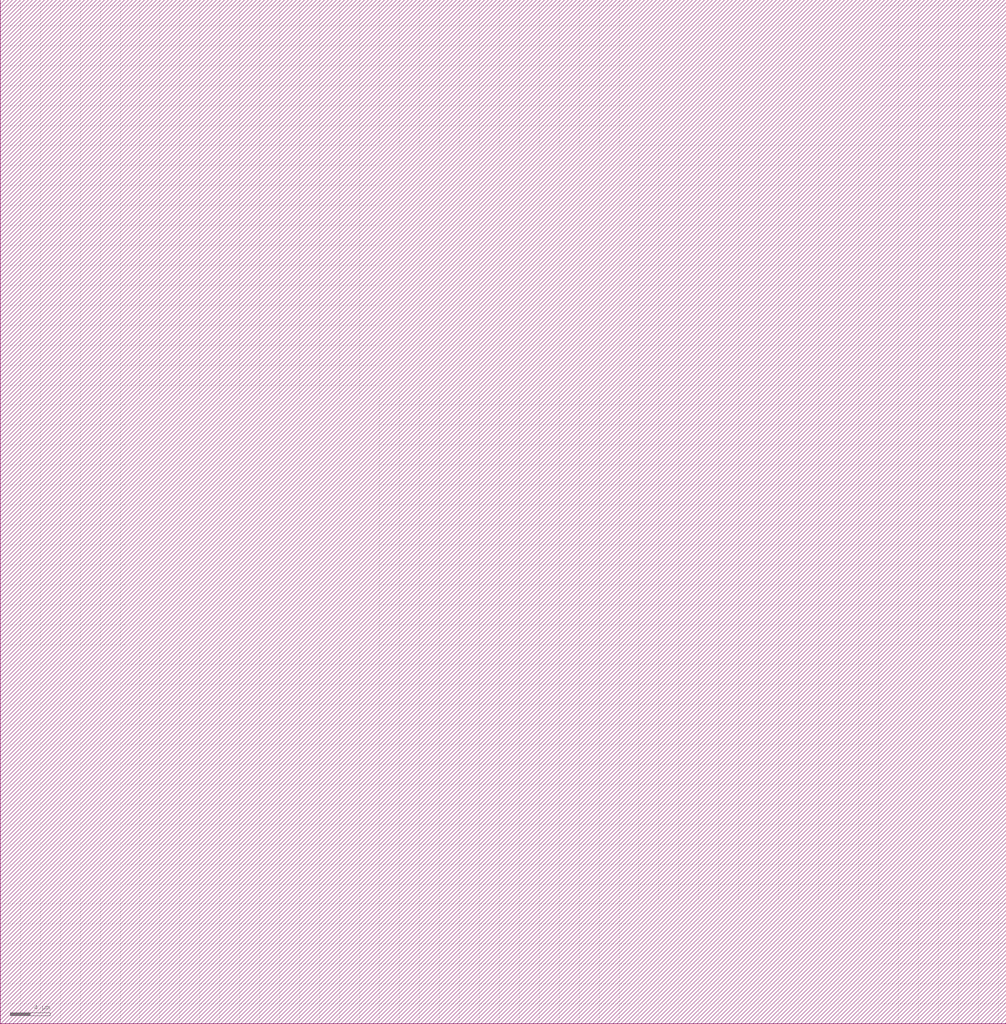
<source format=lef>
VERSION 5.6 ;

BUSBITCHARS "[]" ;

DIVIDERCHAR "/" ;

UNITS
    DATABASE MICRONS 1000 ;
END UNITS

MANUFACTURINGGRID 0.005000 ; 

CLEARANCEMEASURE EUCLIDEAN ; 

USEMINSPACING OBS ON ; 

SITE CoreSite
    CLASS CORE ;
    SIZE 0.600000 BY 0.300000 ;
END CoreSite

LAYER li
   TYPE ROUTING ;
   DIRECTION VERTICAL ;
   MINWIDTH 0.300000 ;
   AREA 0.056250 ;
   WIDTH 0.300000 ;
   SPACINGTABLE
      PARALLELRUNLENGTH 0.0
      WIDTH 0.0 0.225000 ;
   PITCH 0.600000 0.600000 ;
END li

LAYER mcon
    TYPE CUT ;
    SPACING 0.225000 ;
    WIDTH 0.300000 ;
    ENCLOSURE ABOVE 0.075000 0.075000 ;
    ENCLOSURE BELOW 0.000000 0.000000 ;
END mcon

LAYER met1
   TYPE ROUTING ;
   DIRECTION HORIZONTAL ;
   MINWIDTH 0.150000 ;
   AREA 0.084375 ;
   WIDTH 0.150000 ;
   SPACINGTABLE
      PARALLELRUNLENGTH 0.0
      WIDTH 0.0 0.150000 ;
   PITCH 0.300000 0.300000 ;
END met1

LAYER v1
    TYPE CUT ;
    SPACING 0.075000 ;
    WIDTH 0.300000 ;
    ENCLOSURE ABOVE 0.075000 0.075000 ;
    ENCLOSURE BELOW 0.075000 0.075000 ;
END v1

LAYER met2
   TYPE ROUTING ;
   DIRECTION VERTICAL ;
   MINWIDTH 0.150000 ;
   AREA 0.073125 ;
   WIDTH 0.150000 ;
   SPACINGTABLE
      PARALLELRUNLENGTH 0.0
      WIDTH 0.0 0.150000 ;
   PITCH 0.300000 0.300000 ;
END met2

LAYER v2
    TYPE CUT ;
    SPACING 0.150000 ;
    WIDTH 0.300000 ;
    ENCLOSURE ABOVE 0.075000 0.075000 ;
    ENCLOSURE BELOW 0.075000 0.000000 ;
END v2

LAYER met3
   TYPE ROUTING ;
   DIRECTION HORIZONTAL ;
   MINWIDTH 0.300000 ;
   AREA 0.241875 ;
   WIDTH 0.300000 ;
   SPACINGTABLE
      PARALLELRUNLENGTH 0.0
      WIDTH 0.0 0.300000 ;
   PITCH 0.600000 0.600000 ;
END met3

LAYER v3
    TYPE CUT ;
    SPACING 0.150000 ;
    WIDTH 0.450000 ;
    ENCLOSURE ABOVE 0.075000 0.075000 ;
    ENCLOSURE BELOW 0.075000 0.000000 ;
END v3

LAYER met4
   TYPE ROUTING ;
   DIRECTION VERTICAL ;
   MINWIDTH 0.300000 ;
   AREA 0.241875 ;
   WIDTH 0.300000 ;
   SPACINGTABLE
      PARALLELRUNLENGTH 0.0
      WIDTH 0.0 0.300000 ;
   PITCH 0.600000 0.600000 ;
END met4

LAYER v4
    TYPE CUT ;
    SPACING 0.450000 ;
    WIDTH 1.200000 ;
    ENCLOSURE ABOVE 0.150000 0.150000 ;
    ENCLOSURE BELOW 0.000000 0.000000 ;
END v4

LAYER met5
   TYPE ROUTING ;
   DIRECTION HORIZONTAL ;
   MINWIDTH 1.650000 ;
   AREA 4.005000 ;
   WIDTH 1.650000 ;
   SPACINGTABLE
      PARALLELRUNLENGTH 0.0
      WIDTH 0.0 1.650000 ;
   PITCH 3.300000 3.300000 ;
END met5

LAYER OVERLAP
   TYPE OVERLAP ;
END OVERLAP

VIA mcon_C DEFAULT
   LAYER li ;
     RECT -0.150000 -0.150000 0.150000 0.150000 ;
   LAYER mcon ;
     RECT -0.150000 -0.150000 0.150000 0.150000 ;
   LAYER met1 ;
     RECT -0.225000 -0.225000 0.225000 0.225000 ;
END mcon_C

VIA v1_C DEFAULT
   LAYER met1 ;
     RECT -0.225000 -0.225000 0.225000 0.225000 ;
   LAYER v1 ;
     RECT -0.150000 -0.150000 0.150000 0.150000 ;
   LAYER met2 ;
     RECT -0.225000 -0.225000 0.225000 0.225000 ;
END v1_C

VIA v2_C DEFAULT
   LAYER met2 ;
     RECT -0.150000 -0.225000 0.150000 0.225000 ;
   LAYER v2 ;
     RECT -0.150000 -0.150000 0.150000 0.150000 ;
   LAYER met3 ;
     RECT -0.225000 -0.225000 0.225000 0.225000 ;
END v2_C

VIA v2_Ch
   LAYER met2 ;
     RECT -0.225000 -0.150000 0.225000 0.150000 ;
   LAYER v2 ;
     RECT -0.150000 -0.150000 0.150000 0.150000 ;
   LAYER met3 ;
     RECT -0.225000 -0.225000 0.225000 0.225000 ;
END v2_Ch

VIA v2_Cv
   LAYER met2 ;
     RECT -0.150000 -0.225000 0.150000 0.225000 ;
   LAYER v2 ;
     RECT -0.150000 -0.150000 0.150000 0.150000 ;
   LAYER met3 ;
     RECT -0.225000 -0.225000 0.225000 0.225000 ;
END v2_Cv

VIA v3_C DEFAULT
   LAYER met3 ;
     RECT -0.300000 -0.225000 0.300000 0.225000 ;
   LAYER v3 ;
     RECT -0.225000 -0.225000 0.225000 0.225000 ;
   LAYER met4 ;
     RECT -0.300000 -0.300000 0.300000 0.300000 ;
END v3_C

VIA v3_Ch
   LAYER met3 ;
     RECT -0.300000 -0.225000 0.300000 0.225000 ;
   LAYER v3 ;
     RECT -0.225000 -0.225000 0.225000 0.225000 ;
   LAYER met4 ;
     RECT -0.300000 -0.300000 0.300000 0.300000 ;
END v3_Ch

VIA v3_Cv
   LAYER met3 ;
     RECT -0.300000 -0.225000 0.300000 0.225000 ;
   LAYER v3 ;
     RECT -0.225000 -0.225000 0.225000 0.225000 ;
   LAYER met4 ;
     RECT -0.300000 -0.300000 0.300000 0.300000 ;
END v3_Cv

VIA v4_C DEFAULT
   LAYER met4 ;
     RECT -0.600000 -0.600000 0.600000 0.600000 ;
   LAYER v4 ;
     RECT -0.600000 -0.600000 0.600000 0.600000 ;
   LAYER met5 ;
     RECT -0.750000 -0.750000 0.750000 0.750000 ;
END v4_C

MACRO _0_0std_0_0cells_0_0TIELOX1
    CLASS CORE ;
    FOREIGN _0_0std_0_0cells_0_0TIELOX1 0.000000 0.000000 ;
    ORIGIN 0.000000 0.000000 ;
    SIZE 1.800000 BY 3.000000 ;
    SYMMETRY X Y ;
    SITE CoreSite ;
    PIN Y
        DIRECTION OUTPUT ;
        USE SIGNAL ;
        PORT
        LAYER li ;
        RECT 1.200000 0.300000 1.500000 0.525000 ;
        RECT 1.200000 0.750000 1.500000 0.825000 ;
        RECT 1.200000 0.525000 1.425000 0.750000 ;
        RECT 1.425000 0.525000 1.500000 0.750000 ;
        END
        ANTENNADIFFAREA 0.168750 ;
    END Y
    PIN Vdd
        DIRECTION INPUT ;
        USE POWER ;
        PORT
        LAYER li ;
        RECT 0.600000 2.100000 0.900000 2.700000 ;
        RECT 0.600000 1.875000 0.675000 2.100000 ;
        RECT 0.600000 1.800000 0.900000 1.875000 ;
        RECT 0.675000 1.875000 0.900000 2.100000 ;
        END
        ANTENNADIFFAREA 0.281250 ;
    END Vdd
    PIN GND
        DIRECTION INPUT ;
        USE GROUND ;
        PORT
        LAYER li ;
        RECT 0.600000 0.750000 0.900000 0.825000 ;
        RECT 0.600000 0.525000 0.675000 0.750000 ;
        RECT 0.600000 0.300000 0.900000 0.525000 ;
        RECT 0.675000 0.525000 0.900000 0.750000 ;
        END
        ANTENNADIFFAREA 0.168750 ;
    END GND
    OBS
        LAYER li ;
        RECT 1.200000 2.700000 1.500000 2.775000 ;
        RECT 1.200000 2.475000 1.425000 2.700000 ;
        RECT 1.200000 2.100000 1.500000 2.475000 ;
        RECT 1.200000 1.875000 1.425000 2.100000 ;
        RECT 1.200000 1.800000 1.500000 1.875000 ;
        RECT 1.425000 2.475000 1.500000 2.700000 ;
        RECT 1.425000 1.875000 1.500000 2.100000 ;
    END
END _0_0std_0_0cells_0_0TIELOX1

MACRO _0_0std_0_0cells_0_0NOR2X1
    CLASS CORE ;
    FOREIGN _0_0std_0_0cells_0_0NOR2X1 0.000000 0.000000 ;
    ORIGIN 0.000000 0.000000 ;
    SIZE 4.200000 BY 3.600000 ;
    SYMMETRY X Y ;
    SITE CoreSite ;
    PIN A
        DIRECTION INPUT ;
        USE SIGNAL ;
        PORT
        LAYER li ;
        RECT 1.350000 3.375000 1.725000 3.450000 ;
        RECT 1.350000 3.150000 1.425000 3.375000 ;
        RECT 1.350000 3.075000 1.725000 3.150000 ;
        RECT 1.425000 3.150000 1.650000 3.375000 ;
        RECT 1.650000 3.150000 1.725000 3.375000 ;
        END
        ANTENNAGATEAREA 0.236250 ;
    END A
    PIN B
        DIRECTION INPUT ;
        USE SIGNAL ;
        PORT
        LAYER li ;
        RECT 1.950000 3.375000 2.325000 3.450000 ;
        RECT 1.950000 3.075000 2.325000 3.150000 ;
        RECT 1.950000 3.150000 2.025000 3.375000 ;
        RECT 2.025000 3.150000 2.250000 3.375000 ;
        RECT 2.250000 3.150000 2.325000 3.375000 ;
        END
        ANTENNAGATEAREA 0.236250 ;
    END B
    PIN Y
        DIRECTION OUTPUT ;
        USE SIGNAL ;
        PORT
        LAYER li ;
        RECT 0.750000 1.050000 0.975000 1.125000 ;
        RECT 0.750000 0.825000 0.975000 1.050000 ;
        RECT 0.750000 0.450000 0.975000 0.825000 ;
        RECT 0.750000 0.225000 0.975000 0.450000 ;
        RECT 1.200000 2.400000 1.500000 2.475000 ;
        RECT 1.200000 2.175000 1.275000 2.400000 ;
        RECT 1.200000 2.100000 1.500000 2.175000 ;
        RECT 1.200000 0.600000 1.500000 0.900000 ;
        RECT 1.275000 2.175000 1.500000 2.400000 ;
        RECT 1.275000 0.900000 1.500000 2.100000 ;
        RECT 1.800000 2.400000 2.100000 2.475000 ;
        RECT 1.800000 2.175000 2.025000 2.400000 ;
        RECT 2.025000 2.175000 2.100000 2.400000 ;
        RECT 3.150000 2.100000 3.375000 3.000000 ;
        RECT 3.150000 1.875000 3.375000 2.100000 ;
        RECT 3.150000 1.800000 3.375000 1.875000 ;
        LAYER mcon ;
        RECT 0.750000 0.225000 0.975000 0.450000 ;
        RECT 1.275000 2.175000 1.500000 2.400000 ;
        RECT 1.800000 2.175000 2.025000 2.400000 ;
        LAYER met1 ;
        RECT 0.675000 0.450000 1.050000 0.525000 ;
        RECT 0.675000 0.225000 0.750000 0.450000 ;
        RECT 0.675000 0.150000 1.050000 0.225000 ;
        RECT 0.750000 0.225000 0.975000 0.450000 ;
        RECT 1.200000 2.400000 2.100000 2.475000 ;
        RECT 1.200000 2.175000 1.275000 2.400000 ;
        RECT 1.200000 2.100000 1.575000 2.175000 ;
        RECT 0.975000 0.225000 2.550000 0.450000 ;
        RECT 1.275000 2.175000 1.500000 2.400000 ;
        RECT 1.500000 2.250000 1.800000 2.400000 ;
        RECT 1.500000 2.175000 1.575000 2.250000 ;
        RECT 1.725000 2.100000 2.100000 2.175000 ;
        RECT 2.475000 0.450000 2.850000 0.525000 ;
        RECT 1.725000 2.175000 1.800000 2.250000 ;
        RECT 1.800000 2.175000 2.025000 2.400000 ;
        RECT 2.025000 2.175000 2.100000 2.400000 ;
        END
        ANTENNADIFFAREA 2.064375 ;
    END Y
    PIN Vdd
        DIRECTION INPUT ;
        USE POWER ;
        PORT
        LAYER li ;
        RECT 3.150000 3.000000 3.450000 3.300000 ;
        END
        ANTENNADIFFAREA 1.181250 ;
    END Vdd
    PIN GND
        DIRECTION INPUT ;
        USE GROUND ;
        PORT
        LAYER li ;
        RECT 2.550000 0.225000 2.775000 0.450000 ;
        RECT 2.550000 0.450000 2.775000 0.900000 ;
        RECT 2.550000 1.125000 2.775000 3.000000 ;
        RECT 2.550000 0.900000 2.775000 1.125000 ;
        RECT 2.550000 3.000000 2.850000 3.300000 ;
        LAYER mcon ;
        RECT 2.550000 0.225000 2.775000 0.450000 ;
        LAYER met1 ;
        RECT 2.550000 0.225000 2.775000 0.450000 ;
        RECT 2.475000 0.150000 2.850000 0.225000 ;
        RECT 2.775000 0.225000 2.850000 0.450000 ;
        END
        ANTENNADIFFAREA 0.939375 ;
    END GND
END _0_0std_0_0cells_0_0NOR2X1

MACRO _0_0cell_0_0ginvx0
    CLASS CORE ;
    FOREIGN _0_0cell_0_0ginvx0 0.000000 0.000000 ;
    ORIGIN 0.000000 0.000000 ;
    SIZE 2.400000 BY 6.000000 ;
    SYMMETRY X Y ;
    SITE CoreSite ;
    PIN in_50_6
        DIRECTION INPUT ;
        USE SIGNAL ;
        PORT
        LAYER li ;
        RECT 0.600000 5.400000 0.900000 5.700000 ;
        END
    END in_50_6
    PIN out
        DIRECTION OUTPUT ;
        USE SIGNAL ;
        PORT
        LAYER li ;
        RECT 0.600000 0.300000 0.900000 0.600000 ;
        END
        ANTENNADIFFAREA 2.250000 ;
    END out
    PIN Vdd
        DIRECTION INPUT ;
        USE POWER ;
        PORT
        LAYER li ;
        RECT 1.200000 5.400000 1.500000 5.700000 ;
        END
        ANTENNADIFFAREA 2.250000 ;
    END Vdd
    PIN GND
        DIRECTION INPUT ;
        USE GROUND ;
        PORT
        LAYER li ;
        RECT 1.800000 5.400000 2.100000 5.700000 ;
        END
        ANTENNADIFFAREA 0.562500 ;
    END GND
    OBS
      LAYER li ;
         RECT 0.600000 1.800000 1.725000 4.125000 ;
    END
END _0_0cell_0_0ginvx0

MACRO _0_0std_0_0cells_0_0INVX1
    CLASS CORE ;
    FOREIGN _0_0std_0_0cells_0_0INVX1 0.000000 0.000000 ;
    ORIGIN 0.000000 0.000000 ;
    SIZE 1.800000 BY 3.000000 ;
    SYMMETRY X Y ;
    SITE CoreSite ;
    PIN A
        DIRECTION INPUT ;
        USE SIGNAL ;
        PORT
        LAYER li ;
        RECT 1.200000 2.550000 1.500000 2.625000 ;
        RECT 1.200000 2.325000 1.425000 2.550000 ;
        RECT 1.200000 2.100000 1.500000 2.325000 ;
        RECT 1.425000 2.325000 1.500000 2.550000 ;
        END
        ANTENNAGATEAREA 0.157500 ;
    END A
    PIN Y
        DIRECTION OUTPUT ;
        USE SIGNAL ;
        PORT
        LAYER li ;
        RECT 1.200000 0.300000 1.500000 0.600000 ;
        RECT 1.200000 1.725000 1.500000 1.800000 ;
        RECT 1.200000 1.500000 1.425000 1.725000 ;
        RECT 1.200000 0.825000 1.500000 1.500000 ;
        RECT 1.200000 0.600000 1.425000 0.825000 ;
        RECT 1.425000 1.500000 1.500000 1.725000 ;
        RECT 1.425000 0.600000 1.500000 0.825000 ;
        END
        ANTENNADIFFAREA 0.393750 ;
    END Y
    PIN Vdd
        DIRECTION INPUT ;
        USE POWER ;
        PORT
        LAYER li ;
        RECT 0.600000 2.325000 0.900000 2.400000 ;
        RECT 0.600000 2.100000 0.675000 2.325000 ;
        RECT 0.600000 1.950000 0.900000 2.100000 ;
        RECT 0.600000 1.725000 0.675000 1.950000 ;
        RECT 0.600000 1.650000 0.900000 1.725000 ;
        RECT 0.675000 2.100000 0.900000 2.325000 ;
        RECT 0.675000 1.725000 0.900000 1.950000 ;
        LAYER mcon ;
        RECT 0.675000 2.100000 0.900000 2.325000 ;
        LAYER met1 ;
        RECT 0.600000 2.325000 0.975000 2.400000 ;
        RECT 0.600000 2.100000 0.675000 2.325000 ;
        RECT 0.600000 2.025000 0.975000 2.100000 ;
        RECT 0.675000 2.100000 0.900000 2.325000 ;
        RECT 0.900000 2.100000 0.975000 2.325000 ;
        END
        ANTENNADIFFAREA 0.225000 ;
    END Vdd
    PIN GND
        DIRECTION INPUT ;
        USE GROUND ;
        PORT
        LAYER li ;
        RECT 0.600000 0.750000 0.900000 0.825000 ;
        RECT 0.600000 0.525000 0.675000 0.750000 ;
        RECT 0.600000 0.300000 0.900000 0.525000 ;
        RECT 0.675000 0.525000 0.900000 0.750000 ;
        LAYER mcon ;
        RECT 0.675000 0.525000 0.900000 0.750000 ;
        LAYER met1 ;
        RECT 0.600000 0.750000 0.975000 0.825000 ;
        RECT 0.600000 0.525000 0.675000 0.750000 ;
        RECT 0.600000 0.450000 0.975000 0.525000 ;
        RECT 0.675000 0.525000 0.900000 0.750000 ;
        RECT 0.900000 0.525000 0.975000 0.750000 ;
        END
        ANTENNADIFFAREA 0.168750 ;
    END GND
END _0_0std_0_0cells_0_0INVX1

MACRO _0_0std_0_0cells_0_0AND2X1
    CLASS CORE ;
    FOREIGN _0_0std_0_0cells_0_0AND2X1 0.000000 0.000000 ;
    ORIGIN 0.000000 0.000000 ;
    SIZE 3.000000 BY 3.900000 ;
    SYMMETRY X Y ;
    SITE CoreSite ;
    PIN A
        DIRECTION INPUT ;
        USE SIGNAL ;
        PORT
        LAYER li ;
        RECT 1.200000 0.600000 1.500000 1.200000 ;
        RECT 1.200000 0.375000 1.275000 0.600000 ;
        RECT 1.200000 0.300000 1.500000 0.375000 ;
        RECT 1.275000 0.375000 1.500000 0.600000 ;
        END
        ANTENNAGATEAREA 0.202500 ;
    END A
    PIN B
        DIRECTION INPUT ;
        USE SIGNAL ;
        PORT
        LAYER li ;
        RECT 1.125000 3.600000 1.500000 3.675000 ;
        RECT 1.125000 3.375000 1.350000 3.600000 ;
        RECT 1.125000 3.300000 1.500000 3.375000 ;
        RECT 1.350000 3.375000 1.500000 3.600000 ;
        RECT 1.200000 3.000000 1.500000 3.300000 ;
        END
        ANTENNAGATEAREA 0.202500 ;
    END B
    PIN Y
        DIRECTION OUTPUT ;
        USE SIGNAL ;
        PORT
        LAYER li ;
        RECT 2.250000 2.700000 2.700000 2.775000 ;
        RECT 2.250000 2.475000 2.475000 2.700000 ;
        RECT 2.250000 2.400000 2.700000 2.475000 ;
        RECT 2.250000 1.725000 2.700000 1.800000 ;
        RECT 2.400000 2.775000 2.700000 3.300000 ;
        RECT 2.475000 2.475000 2.700000 2.700000 ;
        RECT 2.400000 1.800000 2.700000 2.400000 ;
        RECT 2.250000 1.500000 2.475000 1.725000 ;
        RECT 2.250000 1.425000 2.700000 1.500000 ;
        RECT 2.475000 1.500000 2.700000 1.725000 ;
        END
        ANTENNADIFFAREA 0.393750 ;
    END Y
    PIN Vdd
        DIRECTION INPUT ;
        USE POWER ;
        PORT
        LAYER li ;
        RECT 0.600000 2.700000 0.900000 3.300000 ;
        RECT 0.600000 2.475000 0.675000 2.700000 ;
        RECT 0.600000 2.400000 0.900000 2.475000 ;
        RECT 0.675000 2.475000 0.900000 2.700000 ;
        RECT 1.650000 2.700000 1.950000 2.775000 ;
        RECT 1.650000 2.475000 1.725000 2.700000 ;
        RECT 1.650000 2.400000 1.950000 2.475000 ;
        RECT 1.725000 2.475000 1.950000 2.700000 ;
        LAYER mcon ;
        RECT 0.675000 2.475000 0.900000 2.700000 ;
        RECT 1.725000 2.475000 1.950000 2.700000 ;
        LAYER met1 ;
        RECT 0.600000 2.700000 2.025000 2.775000 ;
        RECT 0.600000 2.475000 0.675000 2.700000 ;
        RECT 0.600000 2.400000 2.025000 2.475000 ;
        RECT 0.675000 2.475000 0.900000 2.700000 ;
        RECT 0.900000 2.475000 1.725000 2.700000 ;
        RECT 1.725000 2.475000 1.950000 2.700000 ;
        RECT 1.950000 2.475000 2.025000 2.700000 ;
        END
        ANTENNADIFFAREA 0.450000 ;
    END Vdd
    PIN GND
        DIRECTION INPUT ;
        USE GROUND ;
        PORT
        LAYER li ;
        RECT 1.800000 1.200000 2.025000 1.350000 ;
        RECT 1.800000 0.900000 2.100000 1.200000 ;
        RECT 1.725000 1.650000 2.025000 1.725000 ;
        RECT 1.725000 1.425000 1.950000 1.650000 ;
        RECT 1.725000 1.350000 2.025000 1.425000 ;
        RECT 1.950000 1.425000 2.025000 1.650000 ;
        END
        ANTENNADIFFAREA 0.258750 ;
    END GND
    OBS
        LAYER li ;
        RECT 0.600000 1.500000 0.900000 1.575000 ;
        RECT 0.600000 1.275000 0.675000 1.500000 ;
        RECT 0.600000 1.125000 0.900000 1.275000 ;
        RECT 0.600000 0.900000 0.675000 1.125000 ;
        RECT 0.675000 1.275000 0.900000 1.500000 ;
        RECT 0.675000 0.900000 0.900000 1.125000 ;
        RECT 2.400000 0.825000 2.700000 0.900000 ;
        RECT 2.400000 1.125000 2.700000 1.200000 ;
        RECT 2.400000 0.900000 2.625000 1.125000 ;
        RECT 2.625000 0.900000 2.700000 1.125000 ;
        LAYER met1 ;
        RECT 0.600000 1.125000 2.700000 1.200000 ;
        RECT 0.600000 0.900000 0.675000 1.125000 ;
        RECT 0.600000 0.825000 2.700000 0.900000 ;
        RECT 0.675000 0.900000 0.900000 1.125000 ;
        RECT 0.900000 0.900000 2.400000 1.125000 ;
        RECT 2.400000 0.900000 2.625000 1.125000 ;
        RECT 2.625000 0.900000 2.700000 1.125000 ;
    END
END _0_0std_0_0cells_0_0AND2X1

MACRO _0_0std_0_0cells_0_0OR2X1
    CLASS CORE ;
    FOREIGN _0_0std_0_0cells_0_0OR2X1 0.000000 0.000000 ;
    ORIGIN 0.000000 0.000000 ;
    SIZE 3.600000 BY 4.200000 ;
    SYMMETRY X Y ;
    SITE CoreSite ;
    PIN A
        DIRECTION INPUT ;
        USE SIGNAL ;
        PORT
        LAYER li ;
        RECT 1.350000 3.975000 1.650000 4.050000 ;
        RECT 1.350000 3.750000 1.425000 3.975000 ;
        RECT 1.350000 3.675000 1.650000 3.750000 ;
        RECT 1.425000 3.750000 1.650000 3.975000 ;
        END
        ANTENNAGATEAREA 0.236250 ;
    END A
    PIN B
        DIRECTION INPUT ;
        USE SIGNAL ;
        PORT
        LAYER li ;
        RECT 0.750000 3.975000 1.125000 4.050000 ;
        RECT 0.750000 3.750000 0.825000 3.975000 ;
        RECT 0.750000 3.675000 1.125000 3.750000 ;
        RECT 0.825000 3.750000 1.050000 3.975000 ;
        RECT 1.050000 3.750000 1.125000 3.975000 ;
        END
        ANTENNAGATEAREA 0.236250 ;
    END B
    PIN Y
        DIRECTION OUTPUT ;
        USE SIGNAL ;
        PORT
        LAYER li ;
        RECT 0.600000 1.125000 0.900000 1.200000 ;
        RECT 0.600000 0.900000 0.825000 1.125000 ;
        RECT 0.825000 0.900000 0.900000 1.125000 ;
        RECT 3.000000 1.125000 3.225000 1.500000 ;
        RECT 3.000000 0.900000 3.225000 1.125000 ;
        RECT 3.000000 2.625000 3.225000 2.700000 ;
        RECT 3.000000 2.400000 3.225000 2.625000 ;
        RECT 3.000000 1.725000 3.225000 2.400000 ;
        RECT 3.000000 1.500000 3.225000 1.725000 ;
        LAYER mcon ;
        RECT 0.600000 0.900000 0.825000 1.125000 ;
        RECT 3.000000 0.900000 3.225000 1.125000 ;
        LAYER met1 ;
        RECT 0.525000 1.125000 0.900000 1.200000 ;
        RECT 0.525000 0.900000 0.600000 1.125000 ;
        RECT 0.525000 0.825000 0.900000 0.900000 ;
        RECT 0.600000 0.900000 0.825000 1.125000 ;
        RECT 2.925000 1.125000 3.300000 1.200000 ;
        RECT 0.825000 0.900000 3.000000 1.125000 ;
        RECT 3.000000 0.900000 3.225000 1.125000 ;
        RECT 3.225000 0.900000 3.300000 1.125000 ;
        RECT 2.925000 0.825000 3.300000 0.900000 ;
        END
        ANTENNADIFFAREA 1.068750 ;
    END Y
    PIN Vdd
        DIRECTION INPUT ;
        USE POWER ;
        PORT
        LAYER li ;
        RECT 1.725000 3.075000 2.100000 3.300000 ;
        RECT 1.725000 2.775000 1.950000 3.075000 ;
        RECT 1.725000 2.550000 1.950000 2.775000 ;
        RECT 1.725000 2.475000 1.950000 2.550000 ;
        RECT 1.875000 3.600000 2.175000 3.900000 ;
        RECT 1.875000 3.300000 2.100000 3.600000 ;
        END
        ANTENNADIFFAREA 0.382500 ;
    END Vdd
    PIN GND
        DIRECTION INPUT ;
        USE GROUND ;
        PORT
        LAYER li ;
        RECT 0.600000 1.725000 0.975000 1.800000 ;
        RECT 0.600000 1.500000 0.675000 1.725000 ;
        RECT 0.600000 1.425000 0.975000 1.500000 ;
        RECT 0.675000 1.500000 0.900000 1.725000 ;
        RECT 0.900000 1.500000 0.975000 1.725000 ;
        RECT 1.650000 1.725000 2.025000 1.800000 ;
        RECT 1.650000 1.500000 1.725000 1.725000 ;
        RECT 1.650000 1.425000 2.025000 1.500000 ;
        RECT 1.725000 1.500000 1.950000 1.725000 ;
        RECT 2.475000 1.725000 2.700000 3.600000 ;
        RECT 1.950000 1.500000 2.025000 1.725000 ;
        RECT 2.475000 1.425000 2.700000 1.500000 ;
        RECT 2.400000 3.600000 2.700000 3.900000 ;
        RECT 2.475000 1.500000 2.700000 1.725000 ;
        LAYER mcon ;
        RECT 0.675000 1.500000 0.900000 1.725000 ;
        RECT 1.725000 1.500000 1.950000 1.725000 ;
        RECT 2.475000 1.500000 2.700000 1.725000 ;
        LAYER met1 ;
        RECT 0.600000 1.725000 0.975000 1.800000 ;
        RECT 0.600000 1.500000 0.675000 1.725000 ;
        RECT 0.600000 1.425000 2.775000 1.500000 ;
        RECT 0.675000 1.500000 0.900000 1.725000 ;
        RECT 1.650000 1.725000 2.025000 1.800000 ;
        RECT 0.900000 1.650000 0.975000 1.725000 ;
        RECT 0.900000 1.500000 1.725000 1.650000 ;
        RECT 1.725000 1.500000 1.950000 1.725000 ;
        RECT 2.400000 1.725000 2.775000 1.800000 ;
        RECT 1.650000 1.650000 1.725000 1.725000 ;
        RECT 1.950000 1.650000 2.025000 1.725000 ;
        RECT 1.950000 1.500000 2.475000 1.650000 ;
        RECT 2.475000 1.500000 2.700000 1.725000 ;
        RECT 2.400000 1.650000 2.475000 1.725000 ;
        RECT 2.700000 1.500000 2.775000 1.725000 ;
        END
        ANTENNADIFFAREA 0.337500 ;
    END GND
    OBS
        LAYER li ;
        RECT 0.675000 2.925000 0.900000 3.000000 ;
        RECT 0.675000 2.700000 0.900000 2.925000 ;
        RECT 0.675000 2.325000 0.900000 2.700000 ;
        RECT 0.675000 2.100000 0.900000 2.325000 ;
        RECT 1.200000 2.100000 1.425000 2.325000 ;
        RECT 1.200000 1.425000 1.425000 1.650000 ;
        RECT 1.200000 0.525000 1.425000 1.425000 ;
        RECT 1.200000 0.300000 1.425000 0.525000 ;
        RECT 1.200000 1.650000 1.425000 2.100000 ;
        RECT 1.875000 0.225000 2.250000 0.300000 ;
        RECT 1.875000 0.525000 2.250000 0.600000 ;
        RECT 1.875000 0.300000 1.950000 0.525000 ;
        RECT 1.950000 0.300000 2.175000 0.525000 ;
        RECT 2.175000 0.300000 2.250000 0.525000 ;
        LAYER met1 ;
        RECT 0.600000 2.325000 1.500000 2.400000 ;
        RECT 0.600000 2.100000 0.675000 2.325000 ;
        RECT 0.600000 2.025000 1.500000 2.100000 ;
        RECT 0.675000 2.100000 0.900000 2.325000 ;
        RECT 0.900000 2.100000 1.200000 2.325000 ;
        RECT 1.125000 0.525000 2.250000 0.600000 ;
        RECT 1.125000 0.300000 1.200000 0.525000 ;
        RECT 1.125000 0.225000 2.250000 0.300000 ;
        RECT 1.200000 2.100000 1.425000 2.325000 ;
        RECT 1.200000 0.300000 1.425000 0.525000 ;
        RECT 1.425000 2.100000 1.500000 2.325000 ;
        RECT 1.425000 0.300000 1.950000 0.525000 ;
        RECT 1.950000 0.300000 2.175000 0.525000 ;
        RECT 2.175000 0.300000 2.250000 0.525000 ;
    END
END _0_0std_0_0cells_0_0OR2X1

MACRO _0_0std_0_0cells_0_0FAX1
    CLASS CORE ;
    FOREIGN _0_0std_0_0cells_0_0FAX1 0.000000 0.000000 ;
    ORIGIN 0.000000 0.000000 ;
    SIZE 10.200000 BY 7.500000 ;
    SYMMETRY X Y ;
    SITE CoreSite ;
    PIN A
        DIRECTION INPUT ;
        USE SIGNAL ;
        PORT
        LAYER li ;
        RECT 0.600000 7.275000 0.900000 7.350000 ;
        RECT 0.600000 7.050000 0.675000 7.275000 ;
        RECT 0.600000 5.400000 0.900000 7.050000 ;
        RECT 0.675000 7.050000 0.900000 7.275000 ;
        RECT 2.250000 7.275000 2.475000 7.350000 ;
        RECT 2.250000 7.050000 2.475000 7.275000 ;
        RECT 2.250000 6.975000 2.475000 7.050000 ;
        RECT 3.300000 7.275000 3.525000 7.350000 ;
        RECT 3.300000 7.050000 3.525000 7.275000 ;
        RECT 3.300000 6.975000 3.525000 7.050000 ;
        RECT 5.175000 7.275000 5.400000 7.350000 ;
        RECT 5.175000 7.050000 5.400000 7.275000 ;
        RECT 5.175000 6.975000 5.400000 7.050000 ;
        RECT 7.275000 7.275000 7.500000 7.350000 ;
        RECT 7.275000 7.050000 7.500000 7.275000 ;
        RECT 7.275000 6.975000 7.500000 7.050000 ;
        LAYER mcon ;
        RECT 0.675000 7.050000 0.900000 7.275000 ;
        RECT 2.250000 7.050000 2.475000 7.275000 ;
        RECT 3.300000 7.050000 3.525000 7.275000 ;
        RECT 5.175000 7.050000 5.400000 7.275000 ;
        RECT 7.275000 7.050000 7.500000 7.275000 ;
        LAYER met1 ;
        RECT 0.600000 7.275000 7.575000 7.350000 ;
        RECT 0.600000 7.050000 0.675000 7.275000 ;
        RECT 0.600000 6.975000 7.575000 7.050000 ;
        RECT 0.675000 7.050000 0.900000 7.275000 ;
        RECT 0.900000 7.050000 2.250000 7.275000 ;
        RECT 2.250000 7.050000 2.475000 7.275000 ;
        RECT 2.475000 7.050000 3.300000 7.275000 ;
        RECT 3.300000 7.050000 3.525000 7.275000 ;
        RECT 3.525000 7.050000 5.175000 7.275000 ;
        RECT 5.175000 7.050000 5.400000 7.275000 ;
        RECT 5.400000 7.050000 7.275000 7.275000 ;
        RECT 7.275000 7.050000 7.500000 7.275000 ;
        RECT 7.500000 7.050000 7.575000 7.275000 ;
        END
        ANTENNAGATEAREA 2.182500 ;
    END A
    PIN B
        DIRECTION INPUT ;
        USE SIGNAL ;
        PORT
        LAYER li ;
        RECT 1.650000 6.675000 1.875000 6.750000 ;
        RECT 1.650000 6.450000 1.875000 6.675000 ;
        RECT 1.650000 6.375000 1.875000 6.450000 ;
        RECT 3.750000 6.675000 3.975000 6.750000 ;
        RECT 3.750000 6.450000 3.975000 6.675000 ;
        RECT 3.750000 6.375000 3.975000 6.450000 ;
        RECT 2.700000 6.675000 2.925000 6.750000 ;
        RECT 2.700000 6.450000 2.925000 6.675000 ;
        RECT 2.700000 6.375000 2.925000 6.450000 ;
        RECT 4.800000 6.675000 5.100000 6.750000 ;
        RECT 4.800000 6.450000 5.025000 6.675000 ;
        RECT 4.800000 5.400000 5.100000 6.450000 ;
        RECT 5.025000 6.450000 5.100000 6.675000 ;
        RECT 6.675000 7.275000 6.900000 7.350000 ;
        RECT 6.675000 7.050000 6.900000 7.275000 ;
        RECT 6.675000 6.675000 6.900000 7.050000 ;
        RECT 6.675000 6.450000 6.900000 6.675000 ;
        LAYER mcon ;
        RECT 1.650000 6.450000 1.875000 6.675000 ;
        RECT 2.700000 6.450000 2.925000 6.675000 ;
        RECT 3.750000 6.450000 3.975000 6.675000 ;
        RECT 4.800000 6.450000 5.025000 6.675000 ;
        RECT 6.675000 6.450000 6.900000 6.675000 ;
        LAYER met1 ;
        RECT 1.575000 6.675000 6.975000 6.750000 ;
        RECT 1.575000 6.450000 1.650000 6.675000 ;
        RECT 1.575000 6.375000 6.975000 6.450000 ;
        RECT 1.650000 6.450000 1.875000 6.675000 ;
        RECT 1.875000 6.450000 2.700000 6.675000 ;
        RECT 2.700000 6.450000 2.925000 6.675000 ;
        RECT 2.925000 6.450000 3.750000 6.675000 ;
        RECT 3.750000 6.450000 3.975000 6.675000 ;
        RECT 3.975000 6.450000 4.800000 6.675000 ;
        RECT 4.800000 6.450000 5.025000 6.675000 ;
        RECT 5.025000 6.450000 6.675000 6.675000 ;
        RECT 6.675000 6.450000 6.900000 6.675000 ;
        RECT 6.900000 6.450000 6.975000 6.675000 ;
        END
        ANTENNAGATEAREA 2.137500 ;
    END B
    PIN C
        DIRECTION INPUT ;
        USE SIGNAL ;
        PORT
        LAYER li ;
        RECT 1.125000 6.075000 1.350000 6.150000 ;
        RECT 1.125000 5.850000 1.350000 6.075000 ;
        RECT 1.125000 5.775000 1.350000 5.850000 ;
        RECT 4.350000 6.450000 4.575000 6.525000 ;
        RECT 4.350000 6.225000 4.575000 6.450000 ;
        RECT 4.350000 6.075000 4.575000 6.225000 ;
        RECT 4.350000 5.850000 4.575000 6.075000 ;
        RECT 4.350000 5.775000 4.575000 5.850000 ;
        RECT 5.400000 6.075000 5.700000 6.150000 ;
        RECT 5.400000 5.850000 5.625000 6.075000 ;
        RECT 5.400000 5.400000 5.700000 5.850000 ;
        RECT 5.625000 5.850000 5.700000 6.075000 ;
        RECT 6.075000 7.275000 6.300000 7.350000 ;
        RECT 6.075000 7.050000 6.300000 7.275000 ;
        RECT 6.075000 6.075000 6.300000 7.050000 ;
        RECT 6.075000 5.775000 6.300000 5.850000 ;
        RECT 6.075000 5.850000 6.300000 6.075000 ;
        LAYER mcon ;
        RECT 1.125000 5.850000 1.350000 6.075000 ;
        RECT 4.350000 5.850000 4.575000 6.075000 ;
        RECT 5.400000 5.850000 5.625000 6.075000 ;
        RECT 6.075000 5.850000 6.300000 6.075000 ;
        LAYER met1 ;
        RECT 1.050000 6.075000 6.375000 6.150000 ;
        RECT 1.050000 5.850000 1.125000 6.075000 ;
        RECT 1.050000 5.775000 6.375000 5.850000 ;
        RECT 1.125000 5.850000 1.350000 6.075000 ;
        RECT 1.350000 5.850000 4.350000 6.075000 ;
        RECT 4.350000 5.850000 4.575000 6.075000 ;
        RECT 4.575000 5.850000 5.400000 6.075000 ;
        RECT 5.400000 5.850000 5.625000 6.075000 ;
        RECT 5.625000 5.850000 6.075000 6.075000 ;
        RECT 6.075000 5.850000 6.300000 6.075000 ;
        RECT 6.300000 5.850000 6.375000 6.075000 ;
        END
        ANTENNAGATEAREA 1.631250 ;
    END C
    PIN YC
        DIRECTION OUTPUT ;
        USE SIGNAL ;
        PORT
        LAYER li ;
        RECT 7.800000 3.450000 8.100000 3.900000 ;
        RECT 7.800000 3.225000 8.025000 3.450000 ;
        RECT 7.800000 2.325000 8.100000 3.225000 ;
        RECT 7.800000 2.100000 8.025000 2.325000 ;
        RECT 7.800000 2.025000 8.100000 2.100000 ;
        RECT 8.025000 3.225000 8.100000 3.450000 ;
        RECT 8.025000 2.100000 8.100000 2.325000 ;
        END
        ANTENNADIFFAREA 0.393750 ;
    END YC
    PIN YS
        DIRECTION OUTPUT ;
        USE SIGNAL ;
        PORT
        LAYER li ;
        RECT 8.400000 3.450000 8.850000 3.900000 ;
        RECT 8.400000 2.775000 8.850000 3.225000 ;
        RECT 8.400000 2.550000 9.375000 2.775000 ;
        RECT 8.400000 3.225000 8.625000 3.450000 ;
        RECT 8.625000 3.225000 8.850000 3.450000 ;
        RECT 9.150000 2.325000 9.375000 2.550000 ;
        RECT 9.150000 2.100000 9.375000 2.325000 ;
        RECT 9.150000 2.025000 9.375000 2.100000 ;
        END
        ANTENNADIFFAREA 0.393750 ;
    END YS
    PIN Vdd
        DIRECTION INPUT ;
        USE POWER ;
        PORT
        LAYER li ;
        RECT 0.600000 3.300000 0.900000 3.900000 ;
        RECT 0.600000 3.075000 0.675000 3.300000 ;
        RECT 0.600000 3.000000 0.900000 3.075000 ;
        RECT 0.675000 3.075000 0.900000 3.300000 ;
        RECT 3.525000 3.300000 3.750000 3.375000 ;
        RECT 3.525000 3.075000 3.750000 3.300000 ;
        RECT 3.525000 3.000000 3.750000 3.075000 ;
        RECT 4.650000 3.075000 4.725000 3.300000 ;
        RECT 4.725000 3.075000 4.950000 3.300000 ;
        RECT 4.950000 3.075000 5.025000 3.300000 ;
        RECT 7.275000 3.300000 7.500000 3.375000 ;
        RECT 7.275000 3.075000 7.500000 3.300000 ;
        RECT 7.275000 3.000000 7.500000 3.075000 ;
        RECT 9.150000 3.300000 9.375000 3.375000 ;
        RECT 9.150000 3.075000 9.375000 3.300000 ;
        RECT 9.150000 3.000000 9.375000 3.075000 ;
        LAYER mcon ;
        RECT 0.675000 3.075000 0.900000 3.300000 ;
        RECT 3.525000 3.075000 3.750000 3.300000 ;
        RECT 4.725000 3.075000 4.950000 3.300000 ;
        RECT 7.275000 3.075000 7.500000 3.300000 ;
        RECT 9.150000 3.075000 9.375000 3.300000 ;
        LAYER met1 ;
        RECT 0.600000 3.300000 9.450000 3.375000 ;
        RECT 0.600000 3.075000 0.675000 3.300000 ;
        RECT 0.600000 3.000000 9.450000 3.075000 ;
        RECT 0.675000 3.075000 0.900000 3.300000 ;
        RECT 0.900000 3.075000 3.525000 3.300000 ;
        RECT 3.525000 3.075000 3.750000 3.300000 ;
        RECT 3.750000 3.075000 4.725000 3.300000 ;
        RECT 4.725000 3.075000 4.950000 3.300000 ;
        RECT 4.950000 3.075000 7.275000 3.300000 ;
        RECT 7.275000 3.075000 7.500000 3.300000 ;
        RECT 7.500000 3.075000 9.150000 3.300000 ;
        RECT 9.150000 3.075000 9.375000 3.300000 ;
        RECT 9.375000 3.075000 9.450000 3.300000 ;
        END
        ANTENNADIFFAREA 4.365000 ;
    END Vdd
    PIN GND
        DIRECTION INPUT ;
        USE GROUND ;
        PORT
        LAYER li ;
        RECT 2.400000 2.250000 2.625000 2.325000 ;
        RECT 2.400000 2.025000 2.625000 2.250000 ;
        RECT 2.400000 1.200000 2.625000 2.025000 ;
        RECT 2.400000 0.900000 2.700000 1.200000 ;
        RECT 3.525000 1.950000 3.750000 2.025000 ;
        RECT 3.525000 2.250000 3.750000 2.325000 ;
        RECT 3.525000 2.025000 3.750000 2.250000 ;
        RECT 4.650000 2.025000 4.725000 2.250000 ;
        RECT 4.725000 2.025000 4.950000 2.250000 ;
        RECT 4.950000 2.025000 5.025000 2.250000 ;
        RECT 7.275000 2.250000 7.500000 2.325000 ;
        RECT 7.275000 2.025000 7.500000 2.250000 ;
        RECT 7.275000 1.950000 7.500000 2.025000 ;
        RECT 8.625000 1.950000 8.850000 2.025000 ;
        RECT 8.625000 2.025000 8.850000 2.250000 ;
        RECT 8.625000 2.250000 8.850000 2.325000 ;
        LAYER mcon ;
        RECT 2.400000 2.025000 2.625000 2.250000 ;
        RECT 3.525000 2.025000 3.750000 2.250000 ;
        RECT 4.725000 2.025000 4.950000 2.250000 ;
        RECT 7.275000 2.025000 7.500000 2.250000 ;
        RECT 8.625000 2.025000 8.850000 2.250000 ;
        LAYER met1 ;
        RECT 2.325000 2.250000 8.925000 2.325000 ;
        RECT 2.325000 2.025000 2.400000 2.250000 ;
        RECT 2.325000 1.950000 8.925000 2.025000 ;
        RECT 2.400000 2.025000 2.625000 2.250000 ;
        RECT 2.625000 2.025000 3.525000 2.250000 ;
        RECT 3.525000 2.025000 3.750000 2.250000 ;
        RECT 3.750000 2.025000 4.725000 2.250000 ;
        RECT 4.725000 2.025000 4.950000 2.250000 ;
        RECT 4.950000 2.025000 7.275000 2.250000 ;
        RECT 7.275000 2.025000 7.500000 2.250000 ;
        RECT 7.500000 2.025000 8.625000 2.250000 ;
        RECT 8.625000 2.025000 8.850000 2.250000 ;
        RECT 8.850000 2.025000 8.925000 2.250000 ;
        END
        ANTENNADIFFAREA 2.340000 ;
    END GND
    OBS
        LAYER li ;
        RECT 0.675000 2.025000 0.900000 2.100000 ;
        RECT 0.675000 1.800000 0.900000 2.025000 ;
        RECT 0.675000 1.725000 0.900000 1.800000 ;
        RECT 0.675000 1.500000 0.900000 1.725000 ;
        RECT 0.675000 1.425000 0.900000 1.500000 ;
        RECT 1.275000 0.675000 1.500000 1.725000 ;
        RECT 1.275000 0.450000 1.500000 0.675000 ;
        RECT 1.275000 0.375000 1.500000 0.450000 ;
        RECT 1.125000 3.450000 1.200000 3.675000 ;
        RECT 1.275000 1.725000 1.500000 1.950000 ;
        RECT 1.200000 3.450000 1.425000 3.675000 ;
        RECT 1.800000 0.675000 2.175000 3.000000 ;
        RECT 1.800000 0.450000 1.875000 0.675000 ;
        RECT 1.800000 0.375000 2.175000 0.450000 ;
        RECT 5.625000 0.450000 5.700000 0.675000 ;
        RECT 1.425000 3.450000 2.400000 3.675000 ;
        RECT 1.275000 1.950000 1.500000 2.025000 ;
        RECT 1.875000 0.450000 2.100000 0.675000 ;
        RECT 5.700000 0.450000 5.925000 0.675000 ;
        RECT 2.400000 3.450000 2.625000 3.675000 ;
        RECT 1.800000 3.000000 1.875000 3.225000 ;
        RECT 2.100000 0.450000 2.175000 0.675000 ;
        RECT 5.925000 0.450000 6.000000 0.675000 ;
        RECT 2.625000 3.450000 2.700000 3.675000 ;
        RECT 1.875000 3.000000 2.100000 3.225000 ;
        RECT 6.000000 1.500000 6.225000 1.725000 ;
        RECT 6.000000 1.425000 6.225000 1.500000 ;
        RECT 7.575000 0.450000 7.650000 0.675000 ;
        RECT 2.100000 3.000000 2.175000 3.225000 ;
        RECT 2.925000 1.800000 3.150000 2.025000 ;
        RECT 2.925000 1.725000 3.150000 1.800000 ;
        RECT 2.925000 1.500000 3.150000 1.725000 ;
        RECT 2.925000 1.425000 3.150000 1.500000 ;
        RECT 7.650000 0.450000 7.875000 0.675000 ;
        RECT 2.925000 2.025000 3.150000 2.100000 ;
        RECT 8.700000 1.500000 8.775000 1.725000 ;
        RECT 7.875000 0.450000 7.950000 0.675000 ;
        RECT 4.050000 1.575000 4.125000 1.800000 ;
        RECT 8.775000 1.500000 9.000000 1.725000 ;
        RECT 4.125000 1.575000 4.350000 1.800000 ;
        RECT 9.000000 1.500000 9.075000 1.725000 ;
        RECT 4.350000 1.575000 5.325000 1.800000 ;
        RECT 5.325000 1.575000 5.550000 1.800000 ;
        RECT 4.050000 3.525000 4.125000 3.750000 ;
        RECT 5.550000 1.575000 5.625000 1.800000 ;
        RECT 4.125000 3.525000 4.350000 3.750000 ;
        RECT 4.350000 3.525000 5.325000 3.750000 ;
        RECT 6.000000 1.725000 6.225000 3.000000 ;
        RECT 5.325000 3.525000 5.550000 3.750000 ;
        RECT 5.550000 3.525000 5.625000 3.750000 ;
        RECT 6.000000 3.225000 6.225000 3.300000 ;
        RECT 6.000000 3.000000 6.225000 3.225000 ;
        LAYER met1 ;
        RECT 0.600000 1.725000 3.225000 1.800000 ;
        RECT 0.600000 1.500000 0.675000 1.725000 ;
        RECT 0.600000 1.425000 3.225000 1.500000 ;
        RECT 0.675000 1.500000 0.900000 1.725000 ;
        RECT 0.900000 1.500000 2.925000 1.725000 ;
        RECT 2.925000 1.500000 3.150000 1.725000 ;
        RECT 1.200000 0.675000 7.950000 0.750000 ;
        RECT 1.200000 0.450000 1.275000 0.675000 ;
        RECT 1.200000 0.375000 7.950000 0.450000 ;
        RECT 3.150000 1.500000 3.225000 1.725000 ;
        RECT 1.275000 0.450000 1.500000 0.675000 ;
        RECT 1.500000 0.450000 1.875000 0.675000 ;
        RECT 1.875000 0.450000 2.100000 0.675000 ;
        RECT 2.100000 0.450000 5.700000 0.675000 ;
        RECT 5.700000 0.450000 5.925000 0.675000 ;
        RECT 5.925000 0.450000 7.650000 0.675000 ;
        RECT 7.650000 0.450000 7.875000 0.675000 ;
        RECT 7.875000 0.450000 7.950000 0.675000 ;
        RECT 5.925000 1.725000 9.075000 1.800000 ;
        RECT 5.925000 1.500000 6.000000 1.725000 ;
        RECT 5.925000 1.425000 9.075000 1.500000 ;
        RECT 6.000000 1.500000 6.225000 1.725000 ;
        RECT 6.225000 1.500000 8.775000 1.725000 ;
        RECT 8.775000 1.500000 9.000000 1.725000 ;
        RECT 9.000000 1.500000 9.075000 1.725000 ;
    END
END _0_0std_0_0cells_0_0FAX1

MACRO _0_0std_0_0cells_0_0LATCH
    CLASS CORE ;
    FOREIGN _0_0std_0_0cells_0_0LATCH 0.000000 0.000000 ;
    ORIGIN 0.000000 0.000000 ;
    SIZE 6.600000 BY 4.800000 ;
    SYMMETRY X Y ;
    SITE CoreSite ;
    PIN CLK
        DIRECTION INPUT ;
        USE SIGNAL ;
        PORT
        LAYER li ;
        RECT 1.650000 0.900000 2.100000 1.200000 ;
        RECT 1.650000 0.825000 3.000000 0.900000 ;
        RECT 1.650000 0.600000 1.875000 0.825000 ;
        RECT 1.650000 0.525000 1.875000 0.600000 ;
        RECT 1.875000 0.600000 2.700000 0.825000 ;
        RECT 2.700000 0.600000 2.925000 0.825000 ;
        RECT 2.925000 0.600000 3.000000 0.825000 ;
        END
        ANTENNAGATEAREA 0.506250 ;
    END CLK
    PIN D
        DIRECTION INPUT ;
        USE SIGNAL ;
        PORT
        LAYER li ;
        RECT 5.700000 4.350000 5.925000 4.425000 ;
        RECT 5.700000 4.125000 5.925000 4.350000 ;
        RECT 5.700000 3.900000 6.300000 4.125000 ;
        RECT 5.925000 4.125000 6.300000 4.200000 ;
        END
        ANTENNAGATEAREA 0.337500 ;
    END D
    PIN Q
        DIRECTION OUTPUT ;
        USE SIGNAL ;
        PORT
        LAYER li ;
        RECT 0.600000 3.675000 0.900000 4.200000 ;
        RECT 0.600000 3.450000 0.825000 3.675000 ;
        RECT 0.600000 3.375000 0.900000 3.450000 ;
        RECT 0.600000 3.150000 0.675000 3.375000 ;
        RECT 0.600000 1.725000 0.900000 3.150000 ;
        RECT 0.600000 1.500000 0.675000 1.725000 ;
        RECT 0.600000 1.425000 0.900000 1.500000 ;
        RECT 0.825000 3.450000 0.900000 3.675000 ;
        RECT 0.675000 3.150000 0.900000 3.375000 ;
        RECT 0.675000 1.500000 0.900000 1.725000 ;
        RECT 4.650000 3.450000 4.725000 3.675000 ;
        RECT 4.725000 3.450000 4.950000 3.675000 ;
        RECT 4.950000 3.450000 5.025000 3.675000 ;
        LAYER mcon ;
        RECT 0.600000 3.450000 0.825000 3.675000 ;
        RECT 4.725000 3.450000 4.950000 3.675000 ;
        LAYER met1 ;
        RECT 0.525000 3.675000 5.025000 3.750000 ;
        RECT 0.525000 3.450000 0.600000 3.675000 ;
        RECT 0.525000 3.375000 5.025000 3.450000 ;
        RECT 0.600000 3.450000 0.825000 3.675000 ;
        RECT 0.825000 3.450000 4.725000 3.675000 ;
        RECT 4.725000 3.450000 4.950000 3.675000 ;
        RECT 4.950000 3.450000 5.025000 3.675000 ;
        END
        ANTENNAGATEAREA 0.225000 ;
        ANTENNADIFFAREA 0.703125 ;
    END Q
    PIN Vdd
        DIRECTION INPUT ;
        USE POWER ;
        PORT
        LAYER li ;
        RECT 1.200000 3.975000 1.275000 4.200000 ;
        RECT 1.200000 3.375000 1.500000 3.975000 ;
        RECT 1.200000 3.150000 1.425000 3.375000 ;
        RECT 1.200000 3.075000 1.500000 3.150000 ;
        RECT 1.275000 3.975000 1.500000 4.200000 ;
        RECT 1.425000 3.150000 1.500000 3.375000 ;
        RECT 5.250000 3.000000 5.475000 3.975000 ;
        RECT 5.250000 2.775000 5.475000 3.000000 ;
        RECT 5.250000 2.700000 5.475000 2.775000 ;
        RECT 5.250000 4.200000 5.475000 4.275000 ;
        RECT 5.250000 3.975000 5.475000 4.200000 ;
        LAYER mcon ;
        RECT 1.275000 3.975000 1.500000 4.200000 ;
        RECT 5.250000 3.975000 5.475000 4.200000 ;
        LAYER met1 ;
        RECT 1.200000 4.200000 5.550000 4.275000 ;
        RECT 1.200000 3.975000 1.275000 4.200000 ;
        RECT 1.200000 3.900000 5.550000 3.975000 ;
        RECT 1.275000 3.975000 1.500000 4.200000 ;
        RECT 1.500000 3.975000 5.250000 4.200000 ;
        RECT 5.250000 3.975000 5.475000 4.200000 ;
        RECT 5.475000 3.975000 5.550000 4.200000 ;
        END
        ANTENNADIFFAREA 1.040625 ;
    END Vdd
    PIN GND
        DIRECTION INPUT ;
        USE GROUND ;
        PORT
        LAYER li ;
        RECT 1.200000 1.350000 1.425000 1.425000 ;
        RECT 1.200000 1.125000 1.425000 1.350000 ;
        RECT 1.200000 0.975000 1.425000 1.125000 ;
        RECT 5.100000 1.350000 5.325000 1.425000 ;
        RECT 4.725000 0.975000 4.800000 1.200000 ;
        RECT 4.725000 0.900000 5.325000 0.975000 ;
        RECT 4.800000 0.975000 5.025000 1.200000 ;
        RECT 5.025000 1.125000 5.100000 1.200000 ;
        RECT 5.025000 0.975000 5.325000 1.125000 ;
        RECT 5.100000 1.125000 5.325000 1.350000 ;
        LAYER mcon ;
        RECT 4.800000 0.975000 5.025000 1.200000 ;
        LAYER met1 ;
        RECT 1.425000 1.200000 5.100000 1.275000 ;
        RECT 1.425000 0.975000 4.800000 1.200000 ;
        RECT 1.425000 0.900000 5.100000 0.975000 ;
        RECT 4.800000 0.975000 5.025000 1.200000 ;
        RECT 5.025000 0.975000 5.100000 1.200000 ;
        END
        ANTENNADIFFAREA 0.675000 ;
    END GND
    OBS
        LAYER li ;
        RECT 0.750000 0.450000 0.825000 0.675000 ;
        RECT 0.825000 0.450000 1.050000 0.675000 ;
        RECT 1.725000 1.725000 1.950000 3.150000 ;
        RECT 1.725000 1.500000 1.950000 1.725000 ;
        RECT 1.050000 0.450000 1.125000 0.675000 ;
        RECT 1.725000 4.125000 3.375000 4.350000 ;
        RECT 1.725000 3.375000 1.950000 4.125000 ;
        RECT 3.375000 4.125000 3.600000 4.350000 ;
        RECT 1.725000 3.150000 1.950000 3.375000 ;
        RECT 2.475000 2.400000 2.550000 2.625000 ;
        RECT 2.475000 1.500000 2.550000 1.725000 ;
        RECT 3.225000 0.450000 3.450000 0.675000 ;
        RECT 3.225000 0.375000 3.450000 0.450000 ;
        RECT 3.600000 4.125000 3.675000 4.350000 ;
        RECT 2.550000 2.400000 2.775000 2.625000 ;
        RECT 2.550000 1.500000 2.775000 1.725000 ;
        RECT 3.225000 1.350000 3.450000 2.400000 ;
        RECT 3.225000 1.125000 3.450000 1.350000 ;
        RECT 2.775000 2.400000 2.850000 2.625000 ;
        RECT 2.775000 1.500000 2.850000 1.725000 ;
        RECT 1.725000 1.425000 1.950000 1.500000 ;
        RECT 3.675000 1.500000 3.750000 1.725000 ;
        RECT 3.225000 2.625000 3.450000 2.700000 ;
        RECT 3.225000 2.400000 3.450000 2.625000 ;
        RECT 3.750000 1.500000 3.975000 1.725000 ;
        RECT 3.225000 0.675000 3.450000 1.125000 ;
        RECT 3.975000 1.500000 4.575000 1.725000 ;
        RECT 3.675000 2.925000 3.750000 3.150000 ;
        RECT 4.500000 2.400000 4.575000 2.625000 ;
        RECT 4.575000 1.500000 4.800000 1.725000 ;
        RECT 3.750000 2.925000 3.975000 3.150000 ;
        RECT 4.575000 2.400000 4.800000 2.625000 ;
        RECT 4.800000 1.500000 4.875000 1.725000 ;
        RECT 3.975000 2.925000 4.050000 3.150000 ;
        RECT 4.800000 2.400000 4.875000 2.625000 ;
        RECT 5.700000 1.500000 5.775000 1.725000 ;
        RECT 5.775000 1.500000 6.000000 1.725000 ;
        RECT 5.700000 2.925000 5.775000 3.150000 ;
        RECT 6.000000 1.500000 6.075000 1.725000 ;
        RECT 5.775000 2.925000 6.000000 3.150000 ;
        RECT 6.000000 2.925000 6.075000 3.150000 ;
        LAYER met1 ;
        RECT 0.600000 0.675000 3.525000 0.750000 ;
        RECT 0.600000 0.450000 0.825000 0.675000 ;
        RECT 0.600000 0.375000 3.525000 0.450000 ;
        RECT 0.825000 0.450000 1.050000 0.675000 ;
        RECT 1.050000 0.450000 3.225000 0.675000 ;
        RECT 3.225000 0.450000 3.450000 0.675000 ;
        RECT 2.475000 2.625000 4.875000 2.700000 ;
        RECT 2.475000 2.400000 2.550000 2.625000 ;
        RECT 2.475000 2.325000 4.875000 2.400000 ;
        RECT 2.475000 1.725000 6.075000 1.800000 ;
        RECT 2.475000 1.500000 2.550000 1.725000 ;
        RECT 2.475000 1.425000 6.075000 1.500000 ;
        RECT 3.450000 0.450000 3.525000 0.675000 ;
        RECT 2.550000 2.400000 2.775000 2.625000 ;
        RECT 2.550000 1.500000 2.775000 1.725000 ;
        RECT 2.775000 2.400000 4.575000 2.625000 ;
        RECT 2.775000 1.500000 5.775000 1.725000 ;
        RECT 3.675000 3.150000 6.075000 3.225000 ;
        RECT 3.675000 2.925000 3.750000 3.150000 ;
        RECT 3.675000 2.850000 6.075000 2.925000 ;
        RECT 4.575000 2.400000 4.800000 2.625000 ;
        RECT 5.775000 1.500000 6.000000 1.725000 ;
        RECT 3.750000 2.925000 3.975000 3.150000 ;
        RECT 4.800000 2.400000 4.875000 2.625000 ;
        RECT 6.000000 1.500000 6.075000 1.725000 ;
        RECT 3.975000 2.925000 5.775000 3.150000 ;
        RECT 5.775000 2.925000 6.000000 3.150000 ;
        RECT 6.000000 2.925000 6.075000 3.150000 ;
    END
END _0_0std_0_0cells_0_0LATCH

MACRO _0_0cell_0_0gcelem3x0
    CLASS CORE ;
    FOREIGN _0_0cell_0_0gcelem3x0 0.000000 0.000000 ;
    ORIGIN 0.000000 0.000000 ;
    SIZE 6.600000 BY 4.800000 ;
    SYMMETRY X Y ;
    SITE CoreSite ;
    PIN in_50_6
        DIRECTION INPUT ;
        USE SIGNAL ;
        PORT
        LAYER li ;
        RECT 5.400000 3.900000 5.700000 3.975000 ;
        RECT 5.400000 3.675000 5.625000 3.900000 ;
        RECT 5.400000 3.600000 5.700000 3.675000 ;
        RECT 5.625000 3.675000 5.700000 3.900000 ;
        END
        ANTENNAGATEAREA 0.371250 ;
    END in_50_6
    PIN in_51_6
        DIRECTION INPUT ;
        USE SIGNAL ;
        PORT
        LAYER li ;
        RECT 4.200000 4.425000 4.650000 4.500000 ;
        RECT 4.200000 4.200000 4.350000 4.425000 ;
        RECT 4.200000 4.125000 4.650000 4.200000 ;
        RECT 4.200000 3.600000 4.500000 4.125000 ;
        RECT 4.350000 4.200000 4.575000 4.425000 ;
        RECT 4.575000 4.200000 4.650000 4.425000 ;
        END
        ANTENNAGATEAREA 0.371250 ;
    END in_51_6
    PIN in_52_6
        DIRECTION INPUT ;
        USE SIGNAL ;
        PORT
        LAYER li ;
        RECT 3.000000 3.900000 3.300000 3.975000 ;
        RECT 3.000000 3.675000 3.075000 3.900000 ;
        RECT 3.000000 3.600000 3.300000 3.675000 ;
        RECT 3.075000 3.675000 3.300000 3.900000 ;
        END
        ANTENNAGATEAREA 0.371250 ;
    END in_52_6
    PIN out
        DIRECTION OUTPUT ;
        USE SIGNAL ;
        PORT
        LAYER li ;
        RECT 3.000000 0.300000 3.300000 0.375000 ;
        RECT 3.525000 2.325000 3.825000 2.400000 ;
        RECT 3.525000 2.100000 3.600000 2.325000 ;
        RECT 3.525000 1.425000 3.825000 2.100000 ;
        RECT 3.525000 1.200000 3.600000 1.425000 ;
        RECT 3.000000 0.375000 3.075000 0.600000 ;
        RECT 3.525000 0.300000 3.825000 0.375000 ;
        RECT 3.600000 2.100000 3.825000 2.325000 ;
        RECT 3.600000 1.200000 3.825000 1.425000 ;
        RECT 3.075000 0.375000 3.300000 0.600000 ;
        RECT 5.400000 0.300000 5.775000 0.375000 ;
        RECT 3.525000 0.600000 3.825000 1.200000 ;
        RECT 3.525000 0.375000 3.600000 0.600000 ;
        RECT 3.600000 0.375000 3.825000 0.600000 ;
        RECT 5.400000 0.600000 5.775000 0.675000 ;
        RECT 5.400000 0.375000 5.475000 0.600000 ;
        RECT 5.475000 0.375000 5.700000 0.600000 ;
        RECT 5.700000 0.375000 5.775000 0.600000 ;
        LAYER mcon ;
        RECT 3.075000 0.375000 3.300000 0.600000 ;
        RECT 3.600000 0.375000 3.825000 0.600000 ;
        RECT 5.475000 0.375000 5.700000 0.600000 ;
        LAYER met1 ;
        RECT 3.000000 0.600000 5.775000 0.675000 ;
        RECT 3.000000 0.300000 5.775000 0.375000 ;
        RECT 3.000000 0.375000 3.075000 0.600000 ;
        RECT 3.075000 0.375000 3.300000 0.600000 ;
        RECT 3.300000 0.375000 3.600000 0.600000 ;
        RECT 3.600000 0.375000 3.825000 0.600000 ;
        RECT 3.825000 0.375000 5.475000 0.600000 ;
        RECT 5.475000 0.375000 5.700000 0.600000 ;
        RECT 5.700000 0.375000 5.775000 0.600000 ;
        END
        ANTENNAGATEAREA 0.360000 ;
        ANTENNADIFFAREA 0.945000 ;
    END out
    PIN Vdd
        DIRECTION INPUT ;
        USE POWER ;
        PORT
        LAYER li ;
        RECT 0.600000 3.825000 0.900000 3.900000 ;
        RECT 0.600000 3.600000 0.675000 3.825000 ;
        RECT 0.600000 2.400000 0.900000 3.600000 ;
        RECT 0.600000 2.175000 0.675000 2.400000 ;
        RECT 0.600000 2.100000 0.900000 2.175000 ;
        RECT 0.675000 3.600000 0.900000 3.825000 ;
        RECT 0.675000 2.175000 0.900000 2.400000 ;
        RECT 1.800000 0.600000 2.100000 2.175000 ;
        RECT 1.800000 0.300000 2.100000 0.375000 ;
        RECT 1.800000 0.375000 1.875000 0.600000 ;
        RECT 1.800000 2.400000 2.100000 3.600000 ;
        RECT 1.800000 2.175000 1.875000 2.400000 ;
        RECT 1.875000 0.375000 2.100000 0.600000 ;
        RECT 1.800000 3.825000 2.100000 3.900000 ;
        RECT 1.800000 3.600000 2.025000 3.825000 ;
        RECT 1.875000 2.175000 2.100000 2.400000 ;
        RECT 2.025000 3.600000 2.100000 3.825000 ;
        RECT 4.875000 2.175000 4.950000 2.400000 ;
        RECT 4.875000 2.100000 5.250000 2.175000 ;
        RECT 4.950000 2.175000 5.175000 2.400000 ;
        RECT 5.175000 2.175000 5.250000 2.400000 ;
        LAYER mcon ;
        RECT 0.675000 3.600000 0.900000 3.825000 ;
        RECT 1.800000 3.600000 2.025000 3.825000 ;
        RECT 1.875000 2.175000 2.100000 2.400000 ;
        RECT 4.950000 2.175000 5.175000 2.400000 ;
        LAYER met1 ;
        RECT 0.600000 3.825000 2.100000 3.900000 ;
        RECT 0.600000 3.600000 0.675000 3.825000 ;
        RECT 0.600000 3.525000 2.100000 3.600000 ;
        RECT 0.675000 3.600000 0.900000 3.825000 ;
        RECT 0.900000 3.600000 1.800000 3.825000 ;
        RECT 1.800000 3.600000 2.025000 3.825000 ;
        RECT 2.025000 3.600000 2.100000 3.825000 ;
        RECT 1.800000 2.400000 5.250000 2.475000 ;
        RECT 1.800000 2.175000 1.875000 2.400000 ;
        RECT 1.800000 2.100000 5.250000 2.175000 ;
        RECT 1.875000 2.175000 2.100000 2.400000 ;
        RECT 2.100000 2.175000 4.950000 2.400000 ;
        RECT 4.950000 2.175000 5.175000 2.400000 ;
        RECT 5.175000 2.175000 5.250000 2.400000 ;
        END
        ANTENNAGATEAREA 0.945000 ;
        ANTENNADIFFAREA 0.630000 ;
    END Vdd
    PIN GND
        DIRECTION INPUT ;
        USE GROUND ;
        PORT
        LAYER li ;
        RECT 0.600000 1.350000 0.900000 1.425000 ;
        RECT 0.600000 1.125000 0.675000 1.350000 ;
        RECT 0.600000 0.600000 0.900000 1.125000 ;
        RECT 0.600000 0.375000 0.675000 0.600000 ;
        RECT 0.600000 0.300000 0.900000 0.375000 ;
        RECT 0.675000 1.125000 0.900000 1.350000 ;
        RECT 0.675000 0.375000 0.900000 0.600000 ;
        RECT 1.200000 0.975000 1.275000 1.200000 ;
        RECT 1.200000 0.600000 1.500000 0.975000 ;
        RECT 1.200000 0.375000 1.425000 0.600000 ;
        RECT 1.200000 0.300000 1.500000 0.375000 ;
        RECT 1.125000 2.925000 1.200000 3.150000 ;
        RECT 1.125000 2.850000 1.500000 2.925000 ;
        RECT 1.275000 0.975000 1.500000 1.200000 ;
        RECT 1.425000 0.375000 1.500000 0.600000 ;
        RECT 1.200000 2.925000 1.425000 3.150000 ;
        RECT 1.200000 1.200000 1.500000 2.850000 ;
        RECT 1.425000 2.925000 1.500000 3.150000 ;
        RECT 4.875000 1.350000 5.250000 1.425000 ;
        RECT 4.875000 0.975000 4.950000 1.350000 ;
        RECT 4.875000 0.900000 5.250000 0.975000 ;
        RECT 4.950000 1.200000 5.175000 1.350000 ;
        RECT 4.950000 1.125000 5.175000 1.200000 ;
        RECT 4.950000 0.975000 5.175000 1.125000 ;
        RECT 5.175000 0.975000 5.250000 1.350000 ;
        LAYER mcon ;
        RECT 0.675000 0.375000 0.900000 0.600000 ;
        RECT 1.200000 0.375000 1.425000 0.600000 ;
        RECT 1.275000 0.975000 1.500000 1.200000 ;
        RECT 4.950000 1.125000 5.175000 1.200000 ;
        RECT 4.950000 0.975000 5.175000 1.125000 ;
        LAYER met1 ;
        RECT 0.600000 0.600000 1.500000 0.675000 ;
        RECT 0.600000 0.375000 0.675000 0.600000 ;
        RECT 0.600000 0.300000 1.500000 0.375000 ;
        RECT 0.675000 0.375000 0.900000 0.600000 ;
        RECT 0.900000 0.375000 1.200000 0.600000 ;
        RECT 1.200000 1.200000 5.250000 1.275000 ;
        RECT 1.200000 0.975000 1.275000 1.200000 ;
        RECT 1.200000 0.900000 5.250000 0.975000 ;
        RECT 1.200000 0.375000 1.425000 0.600000 ;
        RECT 1.275000 0.975000 1.500000 1.200000 ;
        RECT 1.425000 0.375000 1.500000 0.600000 ;
        RECT 1.500000 0.975000 4.950000 1.200000 ;
        RECT 4.950000 1.125000 5.175000 1.200000 ;
        RECT 4.950000 0.975000 5.175000 1.125000 ;
        RECT 5.175000 0.975000 5.250000 1.200000 ;
        END
        ANTENNAGATEAREA 0.472500 ;
        ANTENNADIFFAREA 0.540000 ;
    END GND
    OBS
        LAYER li ;
        RECT 3.000000 3.000000 3.300000 3.075000 ;
        RECT 3.000000 2.775000 3.225000 3.000000 ;
        RECT 3.000000 2.700000 3.300000 2.775000 ;
        RECT 3.225000 2.775000 3.300000 3.000000 ;
        RECT 5.550000 3.000000 5.850000 3.075000 ;
        RECT 5.550000 2.775000 5.625000 3.000000 ;
        RECT 5.550000 2.625000 5.850000 2.775000 ;
        RECT 5.550000 2.400000 5.625000 2.625000 ;
        RECT 5.550000 2.325000 5.850000 2.400000 ;
        RECT 5.625000 2.775000 5.850000 3.000000 ;
        RECT 5.625000 2.400000 5.850000 2.625000 ;
        LAYER met1 ;
        RECT 3.000000 3.000000 5.925000 3.075000 ;
        RECT 3.000000 2.775000 5.625000 3.000000 ;
        RECT 3.000000 2.700000 5.925000 2.775000 ;
        RECT 5.625000 2.775000 5.850000 3.000000 ;
        RECT 5.850000 2.775000 5.925000 3.000000 ;
    END
END _0_0cell_0_0gcelem3x0

MACRO _0_0std_0_0cells_0_0MUX2X1
    CLASS CORE ;
    FOREIGN _0_0std_0_0cells_0_0MUX2X1 0.000000 0.000000 ;
    ORIGIN 0.000000 0.000000 ;
    SIZE 6.600000 BY 3.600000 ;
    SYMMETRY X Y ;
    SITE CoreSite ;
    PIN A
        DIRECTION INPUT ;
        USE SIGNAL ;
        PORT
        LAYER li ;
        RECT 0.600000 3.375000 0.975000 3.450000 ;
        RECT 0.600000 3.150000 0.750000 3.375000 ;
        RECT 0.600000 3.000000 0.975000 3.150000 ;
        RECT 0.750000 3.150000 0.975000 3.375000 ;
        END
        ANTENNAGATEAREA 0.281250 ;
    END A
    PIN B
        DIRECTION INPUT ;
        USE SIGNAL ;
        PORT
        LAYER li ;
        RECT 3.000000 3.000000 3.300000 3.375000 ;
        RECT 3.300000 3.150000 3.525000 3.375000 ;
        RECT 3.525000 3.150000 3.600000 3.375000 ;
        END
        ANTENNAGATEAREA 0.281250 ;
    END B
    PIN S
        DIRECTION INPUT ;
        USE SIGNAL ;
        PORT
        LAYER li ;
        RECT 1.800000 3.150000 2.475000 3.375000 ;
        RECT 1.800000 3.075000 2.775000 3.150000 ;
        RECT 1.800000 2.850000 2.100000 3.075000 ;
        RECT 1.800000 2.625000 2.025000 2.850000 ;
        RECT 1.800000 2.550000 2.100000 2.625000 ;
        RECT 2.475000 3.150000 2.700000 3.375000 ;
        RECT 2.025000 2.625000 2.100000 2.850000 ;
        RECT 2.700000 3.150000 2.775000 3.375000 ;
        END
        ANTENNAGATEAREA 0.438750 ;
    END S
    PIN Y
        DIRECTION OUTPUT ;
        USE SIGNAL ;
        PORT
        LAYER li ;
        RECT 1.650000 0.825000 1.725000 1.050000 ;
        RECT 1.725000 0.825000 1.950000 1.050000 ;
        RECT 1.950000 0.825000 2.025000 1.050000 ;
        RECT 4.200000 0.750000 4.800000 0.825000 ;
        RECT 4.200000 0.300000 4.500000 0.750000 ;
        RECT 2.475000 1.875000 2.550000 2.100000 ;
        RECT 2.550000 1.875000 2.775000 2.100000 ;
        RECT 2.775000 1.875000 2.850000 2.100000 ;
        RECT 4.200000 2.100000 4.500000 2.175000 ;
        RECT 4.200000 1.875000 4.425000 2.100000 ;
        RECT 4.200000 1.125000 4.500000 1.875000 ;
        RECT 4.200000 1.050000 4.800000 1.125000 ;
        RECT 4.200000 0.825000 4.575000 1.050000 ;
        RECT 4.425000 1.875000 4.500000 2.100000 ;
        RECT 4.575000 0.825000 4.800000 1.050000 ;
        RECT 5.025000 1.875000 5.100000 2.100000 ;
        RECT 5.100000 1.875000 5.325000 2.100000 ;
        RECT 5.325000 1.875000 5.400000 2.100000 ;
        LAYER mcon ;
        RECT 1.725000 0.825000 1.950000 1.050000 ;
        RECT 2.550000 1.875000 2.775000 2.100000 ;
        RECT 4.200000 1.875000 4.425000 2.100000 ;
        RECT 4.575000 0.825000 4.800000 1.050000 ;
        RECT 5.100000 1.875000 5.325000 2.100000 ;
        LAYER met1 ;
        RECT 1.650000 1.050000 4.875000 1.125000 ;
        RECT 1.650000 0.825000 1.725000 1.050000 ;
        RECT 1.650000 0.750000 4.875000 0.825000 ;
        RECT 1.725000 0.825000 1.950000 1.050000 ;
        RECT 1.950000 0.825000 4.575000 1.050000 ;
        RECT 2.475000 2.100000 5.400000 2.175000 ;
        RECT 2.475000 1.875000 2.550000 2.100000 ;
        RECT 2.475000 1.800000 5.400000 1.875000 ;
        RECT 4.575000 0.825000 4.800000 1.050000 ;
        RECT 2.550000 1.875000 2.775000 2.100000 ;
        RECT 4.800000 0.825000 4.875000 1.050000 ;
        RECT 2.775000 1.875000 4.200000 2.100000 ;
        RECT 4.200000 1.875000 4.425000 2.100000 ;
        RECT 4.425000 1.875000 5.100000 2.100000 ;
        RECT 5.100000 1.875000 5.325000 2.100000 ;
        RECT 5.325000 1.875000 5.400000 2.100000 ;
        END
        ANTENNADIFFAREA 1.406250 ;
    END Y
    PIN Vdd
        DIRECTION INPUT ;
        USE POWER ;
        PORT
        LAYER li ;
        RECT 1.200000 3.150000 1.500000 3.300000 ;
        RECT 1.200000 2.250000 1.425000 2.925000 ;
        RECT 1.200000 2.025000 1.425000 2.250000 ;
        RECT 1.200000 1.950000 1.425000 2.025000 ;
        RECT 1.200000 2.925000 1.425000 3.150000 ;
        RECT 1.425000 3.000000 1.500000 3.150000 ;
        RECT 3.675000 2.550000 3.750000 2.775000 ;
        RECT 3.750000 2.550000 3.975000 2.775000 ;
        RECT 3.825000 3.150000 4.050000 3.225000 ;
        RECT 3.825000 2.925000 4.050000 3.150000 ;
        RECT 3.825000 2.775000 4.050000 2.925000 ;
        RECT 3.975000 2.550000 4.050000 2.775000 ;
        LAYER mcon ;
        RECT 1.200000 2.925000 1.425000 3.150000 ;
        RECT 3.825000 2.925000 4.050000 3.150000 ;
        LAYER met1 ;
        RECT 1.125000 3.150000 4.125000 3.225000 ;
        RECT 1.125000 2.925000 1.200000 3.150000 ;
        RECT 1.125000 2.850000 4.125000 2.925000 ;
        RECT 1.200000 2.925000 1.425000 3.150000 ;
        RECT 1.425000 2.925000 3.825000 3.150000 ;
        RECT 3.825000 2.925000 4.050000 3.150000 ;
        RECT 4.050000 2.925000 4.125000 3.150000 ;
        END
        ANTENNADIFFAREA 0.804375 ;
    END Vdd
    PIN GND
        DIRECTION INPUT ;
        USE GROUND ;
        PORT
        LAYER li ;
        RECT 0.600000 0.825000 0.900000 0.900000 ;
        RECT 0.600000 0.600000 0.675000 0.825000 ;
        RECT 0.600000 0.525000 0.900000 0.600000 ;
        RECT 0.600000 0.300000 0.675000 0.525000 ;
        RECT 0.600000 0.225000 0.900000 0.300000 ;
        RECT 0.675000 0.600000 0.900000 0.825000 ;
        RECT 0.675000 0.300000 0.900000 0.525000 ;
        RECT 3.075000 0.525000 3.300000 0.825000 ;
        RECT 3.075000 0.300000 3.300000 0.525000 ;
        RECT 3.075000 0.225000 3.300000 0.300000 ;
        RECT 3.075000 0.825000 3.300000 1.050000 ;
        RECT 3.075000 1.050000 3.300000 1.125000 ;
        LAYER mcon ;
        RECT 0.675000 0.300000 0.900000 0.525000 ;
        RECT 3.075000 0.300000 3.300000 0.525000 ;
        LAYER met1 ;
        RECT 0.600000 0.525000 3.450000 0.600000 ;
        RECT 0.600000 0.300000 0.675000 0.525000 ;
        RECT 0.600000 0.225000 3.450000 0.300000 ;
        RECT 0.675000 0.300000 0.900000 0.525000 ;
        RECT 0.900000 0.300000 3.075000 0.525000 ;
        RECT 3.075000 0.300000 3.300000 0.525000 ;
        RECT 3.300000 0.300000 3.450000 0.525000 ;
        END
        ANTENNADIFFAREA 0.607500 ;
    END GND
    OBS
        LAYER li ;
        RECT 0.600000 2.400000 0.675000 2.625000 ;
        RECT 0.675000 2.400000 0.900000 2.625000 ;
        RECT 0.900000 2.400000 0.975000 2.625000 ;
        RECT 3.750000 0.600000 3.975000 0.825000 ;
        RECT 3.750000 0.525000 3.975000 0.600000 ;
        RECT 3.750000 0.300000 3.975000 0.525000 ;
        RECT 3.750000 0.225000 3.975000 0.300000 ;
        RECT 1.725000 2.025000 1.950000 2.100000 ;
        RECT 1.725000 1.800000 1.950000 2.025000 ;
        RECT 1.725000 1.575000 1.950000 1.800000 ;
        RECT 1.725000 1.350000 1.950000 1.575000 ;
        RECT 1.725000 1.275000 1.950000 1.350000 ;
        RECT 5.100000 0.225000 5.325000 0.300000 ;
        RECT 5.100000 0.600000 5.325000 0.825000 ;
        RECT 5.100000 0.525000 5.325000 0.600000 ;
        RECT 5.100000 0.300000 5.325000 0.525000 ;
        RECT 2.550000 1.575000 2.775000 1.650000 ;
        RECT 2.550000 1.350000 2.775000 1.575000 ;
        RECT 2.550000 1.125000 2.775000 1.350000 ;
        RECT 2.550000 0.900000 2.775000 1.125000 ;
        RECT 2.550000 0.825000 2.775000 0.900000 ;
        RECT 3.750000 0.825000 3.975000 0.900000 ;
        RECT 4.500000 2.400000 4.575000 2.625000 ;
        RECT 4.575000 2.400000 4.800000 2.625000 ;
        RECT 4.800000 2.400000 4.875000 2.625000 ;
        RECT 5.100000 0.825000 5.325000 0.900000 ;
        RECT 5.625000 1.350000 5.700000 1.575000 ;
        RECT 5.700000 1.350000 5.925000 1.575000 ;
        RECT 5.925000 1.350000 6.000000 1.575000 ;
        LAYER met1 ;
        RECT 0.600000 2.625000 4.875000 2.700000 ;
        RECT 0.600000 2.400000 0.675000 2.625000 ;
        RECT 0.600000 2.325000 4.875000 2.400000 ;
        RECT 0.675000 2.400000 0.900000 2.625000 ;
        RECT 0.900000 2.400000 4.575000 2.625000 ;
        RECT 3.675000 0.525000 5.400000 0.600000 ;
        RECT 3.675000 0.225000 5.400000 0.300000 ;
        RECT 4.575000 2.400000 4.800000 2.625000 ;
        RECT 4.800000 2.400000 4.875000 2.625000 ;
        RECT 1.650000 1.575000 6.000000 1.650000 ;
        RECT 1.650000 1.350000 1.725000 1.575000 ;
        RECT 1.650000 1.275000 6.000000 1.350000 ;
        RECT 1.725000 1.350000 1.950000 1.575000 ;
        RECT 1.950000 1.350000 2.550000 1.575000 ;
        RECT 3.675000 0.300000 3.750000 0.525000 ;
        RECT 2.550000 1.350000 2.775000 1.575000 ;
        RECT 3.750000 0.300000 3.975000 0.525000 ;
        RECT 2.775000 1.350000 5.700000 1.575000 ;
        RECT 3.975000 0.300000 5.100000 0.525000 ;
        RECT 5.700000 1.350000 5.925000 1.575000 ;
        RECT 5.100000 0.300000 5.325000 0.525000 ;
        RECT 5.925000 1.350000 6.000000 1.575000 ;
        RECT 5.325000 0.300000 5.400000 0.525000 ;
    END
END _0_0std_0_0cells_0_0MUX2X1

MACRO _0_0cell_0_0g0n1n2naa_012aox0
    CLASS CORE ;
    FOREIGN _0_0cell_0_0g0n1n2naa_012aox0 0.000000 0.000000 ;
    ORIGIN 0.000000 0.000000 ;
    SIZE 9.000000 BY 3.000000 ;
    SYMMETRY X Y ;
    SITE CoreSite ;
    PIN in_50_6
        DIRECTION INPUT ;
        USE SIGNAL ;
        PORT
        LAYER li ;
        RECT 0.600000 2.400000 0.900000 2.700000 ;
        END
    END in_50_6
    PIN in_51_6
        DIRECTION INPUT ;
        USE SIGNAL ;
        PORT
        LAYER li ;
        RECT 2.400000 2.400000 2.700000 2.700000 ;
        END
    END in_51_6
    PIN in_52_6
        DIRECTION INPUT ;
        USE SIGNAL ;
        PORT
        LAYER li ;
        RECT 4.200000 2.400000 4.500000 2.700000 ;
        END
    END in_52_6
    PIN out
        DIRECTION OUTPUT ;
        USE SIGNAL ;
        PORT
        LAYER li ;
        RECT 0.600000 0.300000 0.900000 0.600000 ;
        END
        ANTENNADIFFAREA 0.506250 ;
    END out
    PIN Vdd
        DIRECTION INPUT ;
        USE POWER ;
        PORT
        LAYER li ;
        RECT 6.000000 2.400000 6.300000 2.700000 ;
        END
        ANTENNADIFFAREA 0.731250 ;
    END Vdd
    PIN GND
        DIRECTION INPUT ;
        USE GROUND ;
        PORT
        LAYER li ;
        RECT 7.800000 2.400000 8.100000 2.700000 ;
        END
        ANTENNADIFFAREA 0.506250 ;
    END GND
END _0_0cell_0_0g0n1n2naa_012aox0

MACRO welltap_svt
    CLASS CORE WELLTAP ;
    FOREIGN welltap_svt 0.000000 0.000000 ;
    ORIGIN 0.000000 0.000000 ;
    SIZE 1.200000 BY 2.100000 ;
    SYMMETRY X Y ;
    SITE CoreSite ;
    PIN Vdd
        DIRECTION INPUT ;
        USE POWER ;
        PORT
        LAYER li ;
        RECT 0.600000 1.500000 0.900000 1.800000 ;
        END
    END Vdd
    PIN GND
        DIRECTION INPUT ;
        USE GROUND ;
        PORT
        LAYER li ;
        RECT 0.600000 0.300000 0.900000 0.600000 ;
        END
    END GND
END welltap_svt

MACRO circuitppnp
   CLASS CORE ;
   FOREIGN circuitppnp 0.000000 0.000000 ;
   ORIGIN 0.000000 0.000000 ; 
   SIZE 100.800000 BY 102.600000 ; 
   SYMMETRY X Y ;
   SITE CoreSite ;
END circuitppnp

MACRO circuitwell
   CLASS CORE ;
   FOREIGN circuitwell 0.000000 0.000000 ;
   ORIGIN 0.000000 0.000000 ; 
   SIZE 100.800000 BY 102.600000 ; 
   SYMMETRY X Y ;
   SITE CoreSite ;
END circuitwell


</source>
